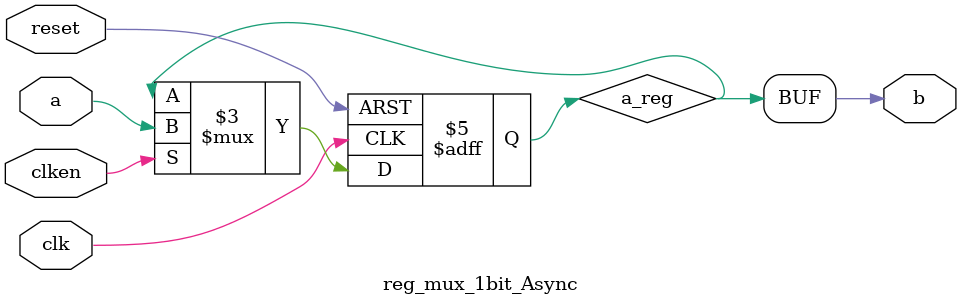
<source format=v>
module reg_mux_1bit_Async (a,clk,reset,clken,b);
parameter regi = 1;
    input a;
    input clk,clken,reset;

    output reg b;

    reg a_reg;

    always @(*) begin
        if (regi) begin
            b <= a_reg;
        end else begin
            b = a;
        end
    end

    always @(posedge clk or posedge reset) begin
        if (reset) begin
            a_reg <= 0;
        end else begin
                if (clken) begin
                   a_reg <= a;
                end  
        end
    end

endmodule
</source>
